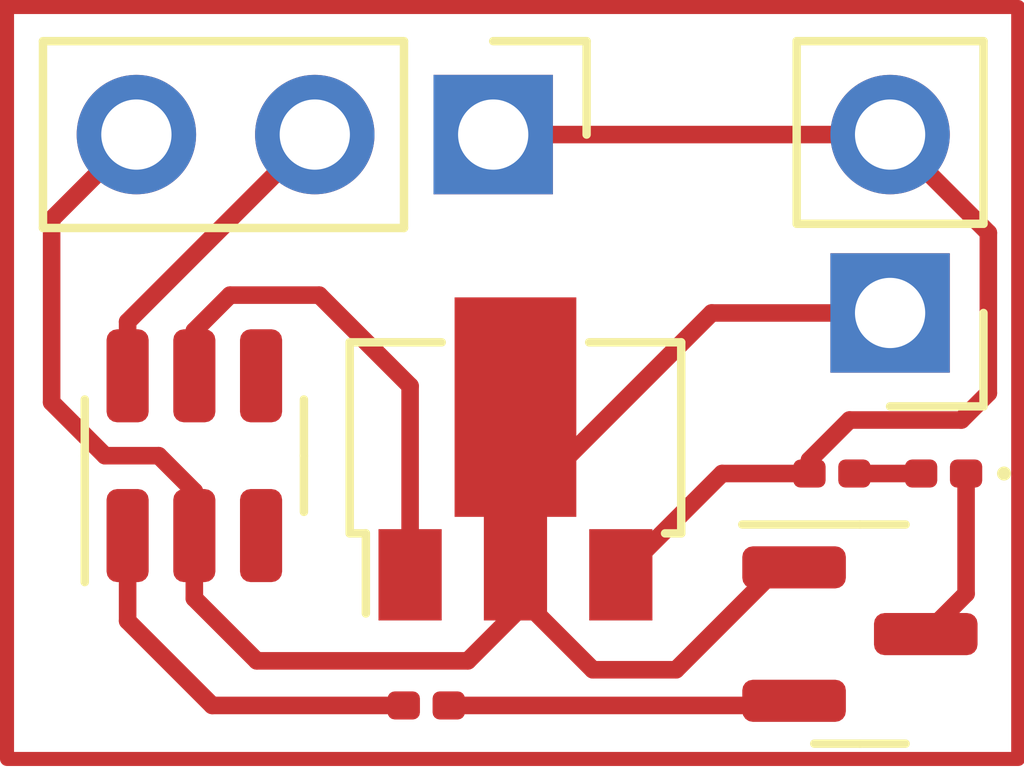
<source format=kicad_pcb>
(kicad_pcb (version 20221018) (generator pcbnew)
  (layers (0 "F.Cu" signal) (31 "B.Cu" signal) (34 "B.Paste" user) (35 "F.Paste" user) (36 "B.SilkS" user "B.Silkscreen") (37 "F.SilkS" user "F.Silkscreen") (38 "B.Mask" user) (39 "F.Mask" user) (44 "Edge.Cuts" user))
  (net 0 "")
  (net 1 "Net-(D1-K)")
  (net 2 "Net-(D1-A)")
  (net 3 "+9V")
  (net 4 "Net-(J1-Pin_2)")
  (net 5 "GND")
  (net 6 "Net-(Q1-B)")
  (net 7 "Net-(U1-GP0)")
  (net 10 "+5V")
  (footprint "Resistor_SMD:R_0201_0603Metric" (layer "F.Cu") (at 131.572 59.944 180)
    (fp_text reference "R1" hide)
    (fp_text value "1k" hide)
    (pad "1" smd roundrect (at -0.32 0 180) (size 0.46 0.4) (layers "F.Cu" "F.Mask") (net 6 "Net-(Q1-B)"))
    (pad "2" smd roundrect (at 0.32 0 180) (size 0.46 0.4) (layers "F.Cu" "F.Mask") (net 7 "Net-(U1-GP0)"))
  )
  (footprint "Package_TO_SOT_SMD:SOT-89-3" (layer "F.Cu") (at 132.842 56.134 90)
    (fp_text reference "U2" hide)
    (fp_text value "L78L05_SOT89" hide)
    (fp_line (start -2.5 -2.13) (end -1.36 -2.13) (stroke (width 0.12)) (layer "F.SilkS"))
    (fp_line (start -1.36 -2.36) (end -1.36 -2.13) (stroke (width 0.12)) (layer "F.SilkS"))
    (fp_line (start -1.36 -2.36) (end 1.36 -2.36) (stroke (width 0.12)) (layer "F.SilkS"))
    (fp_line (start -1.36 2.36) (end -1.36 2.13) (stroke (width 0.12)) (layer "F.SilkS"))
    (fp_line (start 1.36 -2.36) (end 1.36 -1.05) (stroke (width 0.12)) (layer "F.SilkS"))
    (fp_line (start 1.36 1.05) (end 1.36 2.36) (stroke (width 0.12)) (layer "F.SilkS"))
    (fp_line (start 1.36 2.36) (end -1.36 2.36) (stroke (width 0.12)) (layer "F.SilkS"))
    (pad "1" smd rect (at -1.95 -1.5 90) (size 1.3 0.9) (layers "F.Cu" "F.Paste" "F.Mask") (net 10 "+5V"))
    (pad "2" smd custom (at -1.8625 0 90) (size 1.475 0.9) (layers "F.Cu" "F.Paste" "F.Mask") (net 5 "GND") (options (clearance outline) (anchor rect)) (primitives (gr_poly (pts (xy 3.8625 0.8665) (xy 0.7375 0.8665) (xy 0.7375 -0.8665) (xy 3.8625 -0.8665)) (width 0) (fill yes))))
    (pad "3" smd rect (at -1.95 1.5 90) (size 1.3 0.9) (layers "F.Cu" "F.Paste" "F.Mask") (net 3 "+9V"))
  )
  (footprint "Connector_PinHeader_2.54mm:PinHeader_1x03_P2.54mm_Vertical" (layer "F.Cu") (at 132.525 51.816 -90)
    (fp_text reference "J1" hide)
    (fp_text value "Screw_Terminal_01x03" hide)
    (fp_line (start -1.33 -1.33) (end 0 -1.33) (stroke (width 0.12)) (layer "F.SilkS"))
    (fp_line (start -1.33 0) (end -1.33 -1.33) (stroke (width 0.12)) (layer "F.SilkS"))
    (fp_line (start -1.33 1.27) (end -1.33 6.41) (stroke (width 0.12)) (layer "F.SilkS"))
    (fp_line (start -1.33 1.27) (end 1.33 1.27) (stroke (width 0.12)) (layer "F.SilkS"))
    (fp_line (start -1.33 6.41) (end 1.33 6.41) (stroke (width 0.12)) (layer "F.SilkS"))
    (fp_line (start 1.33 1.27) (end 1.33 6.41) (stroke (width 0.12)) (layer "F.SilkS"))
    (pad "1" thru_hole rect (at 0 0 270) (size 1.7 1.7) (drill 1) (layers "*.Cu" "*.Mask") (net 3 "+9V"))
    (pad "2" thru_hole oval (at 0 2.54 270) (size 1.7 1.7) (drill 1) (layers "*.Cu" "*.Mask") (net 4 "Net-(J1-Pin_2)"))
    (pad "3" thru_hole oval (at 0 5.08 270) (size 1.7 1.7) (drill 1) (layers "*.Cu" "*.Mask") (net 5 "GND"))
  )
  (footprint "Package_TO_SOT_SMD:SOT-23-6" (layer "F.Cu") (at 128.27 56.388 90)
    (fp_text reference "U1" hide)
    (fp_text value "PIC10F200-IOT" hide)
    (fp_line (start 0 -1.56) (end -1.8 -1.56) (stroke (width 0.12)) (layer "F.SilkS"))
    (fp_line (start 0 -1.56) (end 0.8 -1.56) (stroke (width 0.12)) (layer "F.SilkS"))
    (fp_line (start 0 1.56) (end -0.8 1.56) (stroke (width 0.12)) (layer "F.SilkS"))
    (fp_line (start 0 1.56) (end 0.8 1.56) (stroke (width 0.12)) (layer "F.SilkS"))
    (pad "1" smd roundrect (at -1.1375 -0.95 90) (size 1.325 0.6) (layers "F.Cu" "F.Paste" "F.Mask") (net 7 "Net-(U1-GP0)"))
    (pad "2" smd roundrect (at -1.1375 0 90) (size 1.325 0.6) (layers "F.Cu" "F.Paste" "F.Mask") (net 5 "GND"))
    (pad "3" smd roundrect (at -1.1375 0.95 90) (size 1.325 0.6) (layers "F.Cu" "F.Paste" "F.Mask"))
    (pad "4" smd roundrect (at 1.1375 0.95 90) (size 1.325 0.6) (layers "F.Cu" "F.Paste" "F.Mask"))
    (pad "5" smd roundrect (at 1.1375 0 90) (size 1.325 0.6) (layers "F.Cu" "F.Paste" "F.Mask") (net 10 "+5V"))
    (pad "6" smd roundrect (at 1.1375 -0.95 90) (size 1.325 0.6) (layers "F.Cu" "F.Paste" "F.Mask") (net 4 "Net-(J1-Pin_2)"))
  )
  (footprint "Connector_PinHeader_2.54mm:PinHeader_1x02_P2.54mm_Vertical" (layer "F.Cu") (at 138.176 54.356 180)
    (fp_text reference "J2" hide)
    (fp_text value "Screw_Terminal_01x02" hide)
    (fp_line (start -1.33 -1.33) (end 0 -1.33) (stroke (width 0.12)) (layer "F.SilkS"))
    (fp_line (start -1.33 0) (end -1.33 -1.33) (stroke (width 0.12)) (layer "F.SilkS"))
    (fp_line (start -1.33 1.27) (end -1.33 3.87) (stroke (width 0.12)) (layer "F.SilkS"))
    (fp_line (start -1.33 1.27) (end 1.33 1.27) (stroke (width 0.12)) (layer "F.SilkS"))
    (fp_line (start -1.33 3.87) (end 1.33 3.87) (stroke (width 0.12)) (layer "F.SilkS"))
    (fp_line (start 1.33 1.27) (end 1.33 3.87) (stroke (width 0.12)) (layer "F.SilkS"))
    (pad "1" thru_hole rect (at 0 0 180) (size 1.7 1.7) (drill 1) (layers "*.Cu" "*.Mask") (net 5 "GND"))
    (pad "2" thru_hole oval (at 0 2.54 180) (size 1.7 1.7) (drill 1) (layers "*.Cu" "*.Mask") (net 3 "+9V"))
  )
  (footprint "Resistor_SMD:R_0201_0603Metric" (layer "F.Cu") (at 137.348 56.642 180)
    (fp_text reference "R2" hide)
    (fp_text value "750" hide)
    (pad "1" smd roundrect (at -0.32 0 180) (size 0.46 0.4) (layers "F.Cu" "F.Mask") (net 2 "Net-(D1-A)"))
    (pad "2" smd roundrect (at 0.32 0 180) (size 0.46 0.4) (layers "F.Cu" "F.Mask") (net 3 "+9V"))
  )
  (footprint "LED_SMD:LED_0201_0603Metric" (layer "F.Cu") (at 138.938 56.642 180)
    (fp_text reference "D1" hide)
    (fp_text value "LED" hide)
    (fp_circle (center -0.86 0) (end -0.81 0) (stroke (width 0.1)) (fill none) (layer "F.SilkS"))
    (pad "1" smd roundrect (at -0.32 0 180) (size 0.46 0.4) (layers "F.Cu" "F.Mask") (net 1 "Net-(D1-K)"))
    (pad "2" smd roundrect (at 0.32 0 180) (size 0.46 0.4) (layers "F.Cu" "F.Mask") (net 2 "Net-(D1-A)"))
  )
  (footprint "Package_TO_SOT_SMD:SOT-23" (layer "F.Cu") (at 137.7465 58.928)
    (fp_text reference "Q1" hide)
    (fp_text value "2N3904" hide)
    (fp_line (start 0 -1.56) (end -1.675 -1.56) (stroke (width 0.12)) (layer "F.SilkS"))
    (fp_line (start 0 -1.56) (end 0.65 -1.56) (stroke (width 0.12)) (layer "F.SilkS"))
    (fp_line (start 0 1.56) (end -0.65 1.56) (stroke (width 0.12)) (layer "F.SilkS"))
    (fp_line (start 0 1.56) (end 0.65 1.56) (stroke (width 0.12)) (layer "F.SilkS"))
    (pad "1" smd roundrect (at -0.9375 -0.95) (size 1.475 0.6) (layers "F.Cu" "F.Paste" "F.Mask") (net 5 "GND"))
    (pad "2" smd roundrect (at -0.9375 0.95) (size 1.475 0.6) (layers "F.Cu" "F.Paste" "F.Mask") (net 6 "Net-(Q1-B)"))
    (pad "3" smd roundrect (at 0.9375 0) (size 1.475 0.6) (layers "F.Cu" "F.Paste" "F.Mask") (net 1 "Net-(D1-K)"))
  )
  (gr_rect (start 125.603 50) (end 140 60.706) (stroke (width 0.2)) (fill none) (layer "F.Cu"))
  (segment (start 139.258 58.354) (end 138.684 58.928) (width 0.25) (layer "F.Cu") (net 1))
  (segment (start 139.258 56.642) (end 139.258 58.354) (width 0.25) (layer "F.Cu") (net 1))
  (segment (start 137.668 56.642) (end 138.618 56.642) (width 0.25) (layer "F.Cu") (net 2))
  (segment (start 139.192 55.88) (end 139.575 55.497) (width 0.25) (layer "F.Cu") (net 3))
  (segment (start 135.784 56.642) (end 137.028 56.642) (width 0.25) (layer "F.Cu") (net 3))
  (segment (start 139.575 55.497) (end 139.575 53.215) (width 0.25) (layer "F.Cu") (net 3))
  (segment (start 137.028 56.450959) (end 137.598959 55.88) (width 0.25) (layer "F.Cu") (net 3))
  (segment (start 134.342 58.084) (end 135.784 56.642) (width 0.25) (layer "F.Cu") (net 3))
  (segment (start 137.028 56.642) (end 137.028 56.450959) (width 0.25) (layer "F.Cu") (net 3))
  (segment (start 138.176 51.816) (end 132.525 51.816) (width 0.25) (layer "F.Cu") (net 3))
  (segment (start 139.575 53.215) (end 138.176 51.816) (width 0.25) (layer "F.Cu") (net 3))
  (segment (start 137.598959 55.88) (end 139.192 55.88) (width 0.25) (layer "F.Cu") (net 3))
  (segment (start 127.32 54.481) (end 129.985 51.816) (width 0.25) (layer "F.Cu") (net 4))
  (segment (start 127.32 55.2505) (end 127.32 54.481) (width 0.25) (layer "F.Cu") (net 4))
  (segment (start 128.27 57.5255) (end 128.27 56.896) (width 0.25) (layer "F.Cu") (net 5))
  (segment (start 135.636 54.356) (end 132.842 57.15) (width 0.25) (layer "F.Cu") (net 5))
  (segment (start 127.762 56.388) (end 126.998124 56.388) (width 0.25) (layer "F.Cu") (net 5))
  (segment (start 129.159 59.309) (end 128.27 58.42) (width 0.25) (layer "F.Cu") (net 5))
  (segment (start 138.176 54.356) (end 135.636 54.356) (width 0.25) (layer "F.Cu") (net 5))
  (segment (start 136.809 57.978) (end 136.586 57.978) (width 0.25) (layer "F.Cu") (net 5))
  (segment (start 126.238 55.627876) (end 126.238 53.023) (width 0.25) (layer "F.Cu") (net 5))
  (segment (start 135.128 59.436) (end 133.944 59.436) (width 0.25) (layer "F.Cu") (net 5))
  (segment (start 128.27 56.896) (end 127.762 56.388) (width 0.25) (layer "F.Cu") (net 5))
  (segment (start 132.842 57.15) (end 132.842 57.9965) (width 0.25) (layer "F.Cu") (net 5))
  (segment (start 132.842 58.631) (end 132.164 59.309) (width 0.25) (layer "F.Cu") (net 5))
  (segment (start 126.998124 56.388) (end 126.238 55.627876) (width 0.25) (layer "F.Cu") (net 5))
  (segment (start 126.238 53.023) (end 127.445 51.816) (width 0.25) (layer "F.Cu") (net 5))
  (segment (start 128.27 57.141249) (end 128.27 57.5255) (width 0.25) (layer "F.Cu") (net 5))
  (segment (start 128.27 58.42) (end 128.27 57.5255) (width 0.25) (layer "F.Cu") (net 5))
  (segment (start 132.842 57.9965) (end 132.842 57.912) (width 0.25) (layer "F.Cu") (net 5))
  (segment (start 132.842 58.334) (end 132.842 58.631) (width 0.25) (layer "F.Cu") (net 5))
  (segment (start 133.944 59.436) (end 132.842 58.334) (width 0.25) (layer "F.Cu") (net 5))
  (segment (start 132.842 58.334) (end 132.842 57.9965) (width 0.25) (layer "F.Cu") (net 5))
  (segment (start 136.586 57.978) (end 135.128 59.436) (width 0.25) (layer "F.Cu") (net 5))
  (segment (start 132.164 59.309) (end 129.159 59.309) (width 0.25) (layer "F.Cu") (net 5))
  (segment (start 136.743 59.944) (end 136.809 59.878) (width 0.25) (layer "F.Cu") (net 6))
  (segment (start 131.892 59.944) (end 136.743 59.944) (width 0.25) (layer "F.Cu") (net 6))
  (segment (start 127.32 57.5255) (end 127.32 58.74) (width 0.25) (layer "F.Cu") (net 7))
  (segment (start 128.524 59.944) (end 131.252 59.944) (width 0.25) (layer "F.Cu") (net 7))
  (segment (start 127.32 58.74) (end 128.524 59.944) (width 0.25) (layer "F.Cu") (net 7))
  (segment (start 131.342 55.396) (end 130.048 54.102) (width 0.25) (layer "F.Cu") (net 10))
  (segment (start 131.342 58.142) (end 131.318 58.166) (width 0.25) (layer "F.Cu") (net 10))
  (segment (start 130.048 54.102) (end 128.778 54.102) (width 0.25) (layer "F.Cu") (net 10))
  (segment (start 131.342 58.084) (end 131.342 55.396) (width 0.25) (layer "F.Cu") (net 10))
  (segment (start 128.778 54.102) (end 128.27 54.61) (width 0.25) (layer "F.Cu") (net 10))
  (segment (start 131.342 58.084) (end 131.342 58.142) (width 0.25) (layer "F.Cu") (net 10))
  (segment (start 128.27 54.61) (end 128.27 55.2505) (width 0.25) (layer "F.Cu") (net 10))
)
</source>
